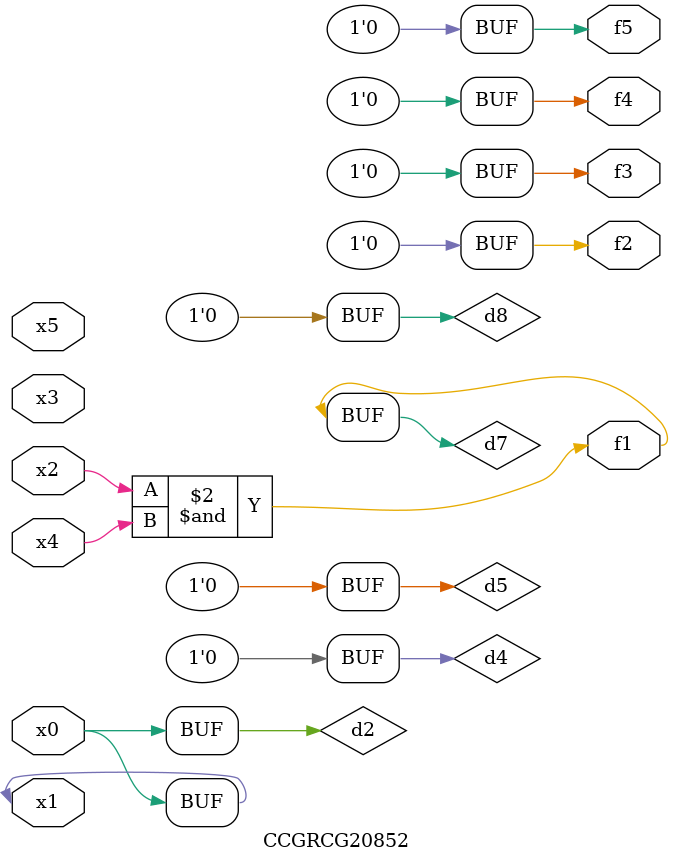
<source format=v>
module CCGRCG20852(
	input x0, x1, x2, x3, x4, x5,
	output f1, f2, f3, f4, f5
);

	wire d1, d2, d3, d4, d5, d6, d7, d8, d9;

	nand (d1, x1);
	buf (d2, x0, x1);
	nand (d3, x2, x4);
	and (d4, d1, d2);
	and (d5, d1, d2);
	nand (d6, d1, d3);
	not (d7, d3);
	xor (d8, d5);
	nor (d9, d5, d6);
	assign f1 = d7;
	assign f2 = d8;
	assign f3 = d8;
	assign f4 = d8;
	assign f5 = d8;
endmodule

</source>
